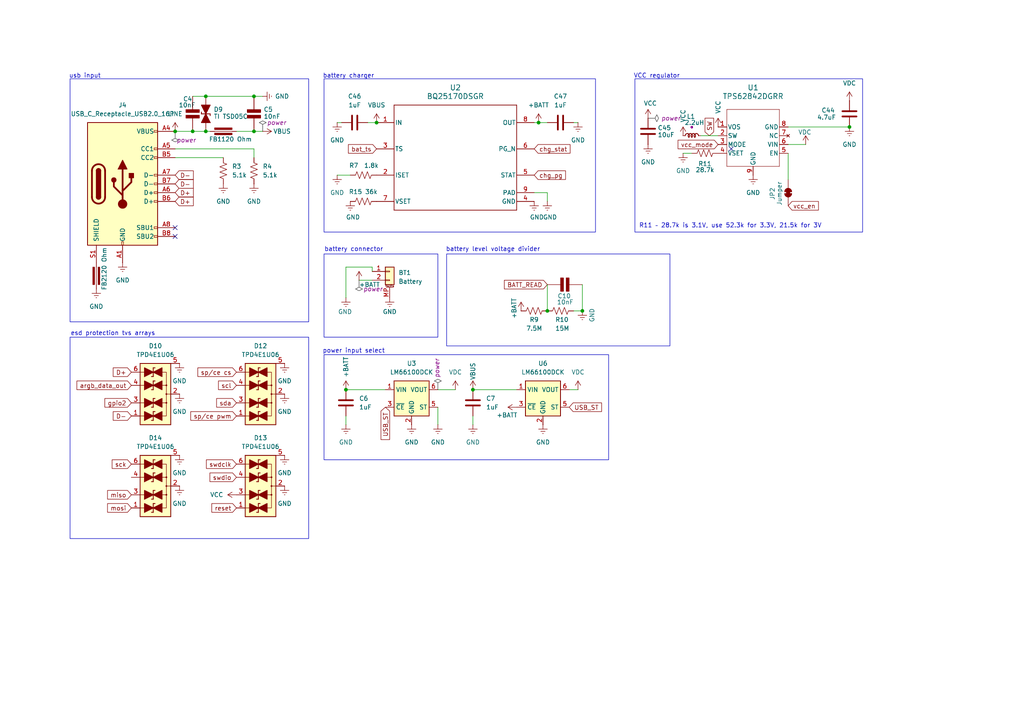
<source format=kicad_sch>
(kicad_sch (version 20250114) (generator "eeschema") (generator_version "9.0")
  (paper "A4")
  (title_block (title "coquette mariposa power management") (date "2025-02-02") (rev "2.0"))
  (lib_symbols
    (symbol "Connector:USB_C_Receptacle_USB2.0_16P" (pin_names (offset 1.016))
      (property "Reference" "J" (at 0 22.225 0))
      (property "Value" "USB_C_Receptacle_USB2.0_16P" (at 0 19.685 0))
      (symbol "USB_C_Receptacle_USB2.0_16P_0_0"
        (rectangle (start -0.254 -17.78) (end 0.254 -16.764))
        (rectangle (start 10.16 15.494) (end 9.144 14.986))
        (rectangle (start 10.16 10.414) (end 9.144 9.906))
        (rectangle (start 10.16 7.874) (end 9.144 7.366))
        (rectangle (start 10.16 2.794) (end 9.144 2.286))
        (rectangle (start 10.16 0.254) (end 9.144 -0.254))
        (rectangle (start 10.16 -2.286) (end 9.144 -2.794))
        (rectangle (start 10.16 -4.826) (end 9.144 -5.334))
        (rectangle (start 10.16 -12.446) (end 9.144 -12.954))
        (rectangle (start 10.16 -14.986) (end 9.144 -15.494))
      )
      (symbol "USB_C_Receptacle_USB2.0_16P_0_1"
        (rectangle (start -10.16 17.78) (end 10.16 -17.78) (stroke (width 0.254)) (fill (type background)))
        (polyline (pts (xy -8.89 -3.81) (xy -8.89 3.81)) (stroke (width 0.508)))
        (rectangle (start -7.62 -3.81) (end -6.35 3.81) (stroke (width 0.254)) (fill (type outline)))
        (arc (start -7.62 3.81) (mid -6.985 4.4423) (end -6.35 3.81) (stroke (width 0.254)))
        (arc (start -7.62 3.81) (mid -6.985 4.4423) (end -6.35 3.81) (stroke (width 0.254)) (fill (type outline)))
        (arc (start -8.89 3.81) (mid -6.985 5.7067) (end -5.08 3.81) (stroke (width 0.508)))
        (arc (start -5.08 -3.81) (mid -6.985 -5.7067) (end -8.89 -3.81) (stroke (width 0.508)))
        (arc (start -6.35 -3.81) (mid -6.985 -4.4423) (end -7.62 -3.81) (stroke (width 0.254)))
        (arc (start -6.35 -3.81) (mid -6.985 -4.4423) (end -7.62 -3.81) (stroke (width 0.254)) (fill (type outline)))
        (polyline (pts (xy -5.08 3.81) (xy -5.08 -3.81)) (stroke (width 0.508)))
        (circle (center -2.54 1.143) (radius 0.635) (stroke (width 0.254)) (fill (type outline)))
        (polyline (pts (xy -1.27 4.318) (xy 0 6.858) (xy 1.27 4.318) (xy -1.27 4.318)) (stroke (width 0.254)) (fill (type outline)))
        (polyline (pts (xy 0 -2.032) (xy 2.54 0.508) (xy 2.54 1.778)) (stroke (width 0.508)))
        (polyline (pts (xy 0 -3.302) (xy -2.54 -0.762) (xy -2.54 0.508)) (stroke (width 0.508)))
        (polyline (pts (xy 0 -5.842) (xy 0 4.318)) (stroke (width 0.508)))
        (circle (center 0 -5.842) (radius 1.27) (fill (type outline)))
        (rectangle (start 1.905 1.778) (end 3.175 3.048) (stroke (width 0.254)) (fill (type outline)))
      )
      (symbol "USB_C_Receptacle_USB2.0_16P_1_1"
        (pin passive line (at -7.62 -22.86 90) (length 5.08) (name "SHIELD") (number "S1"))
        (pin passive line (at 0 -22.86 90) (length 5.08) (name "GND") (number "A1"))
        (pin passive line (at 0 -22.86 90) (length 5.08) (hide yes) (name "GND") (number "A12"))
        (pin passive line (at 0 -22.86 90) (length 5.08) (hide yes) (name "GND") (number "B1"))
        (pin passive line (at 0 -22.86 90) (length 5.08) (hide yes) (name "GND") (number "B12"))
        (pin passive line (at 15.24 15.24 180) (length 5.08) (name "VBUS") (number "A4"))
        (pin passive line (at 15.24 15.24 180) (length 5.08) (hide yes) (name "VBUS") (number "A9"))
        (pin passive line (at 15.24 15.24 180) (length 5.08) (hide yes) (name "VBUS") (number "B4"))
        (pin passive line (at 15.24 15.24 180) (length 5.08) (hide yes) (name "VBUS") (number "B9"))
        (pin bidirectional line (at 15.24 10.16 180) (length 5.08) (name "CC1") (number "A5"))
        (pin bidirectional line (at 15.24 7.62 180) (length 5.08) (name "CC2") (number "B5"))
        (pin bidirectional line (at 15.24 2.54 180) (length 5.08) (name "D-") (number "A7"))
        (pin bidirectional line (at 15.24 0 180) (length 5.08) (name "D-") (number "B7"))
        (pin bidirectional line (at 15.24 -2.54 180) (length 5.08) (name "D+") (number "A6"))
        (pin bidirectional line (at 15.24 -5.08 180) (length 5.08) (name "D+") (number "B6"))
        (pin bidirectional line (at 15.24 -12.7 180) (length 5.08) (name "SBU1") (number "A8"))
        (pin bidirectional line (at 15.24 -15.24 180) (length 5.08) (name "SBU2") (number "B8"))
      )
    )
    (symbol "Connector_Generic_MountingPin:Conn_01x02_MountingPin" (pin_names (offset 1.016) (hide yes))
      (property "Reference" "J" (at 0 2.54 0))
      (property "Value" "Conn_01x02_MountingPin" (at 1.27 -5.08 0))
      (symbol "Conn_01x02_MountingPin_1_1"
        (rectangle (start -1.27 1.27) (end 1.27 -3.81) (stroke (width 0.254)) (fill (type background)))
        (rectangle (start -1.27 0.127) (end 0 -0.127) (stroke (width 0.1524)))
        (rectangle (start -1.27 -2.413) (end 0 -2.667) (stroke (width 0.1524)))
        (polyline (pts (xy -1.016 -4.572) (xy 1.016 -4.572)) (stroke (width 0.1524)))
        (text "Mounting" (at 0 -4.191 0) (effects (font (size 0.381 0.381))))
        (pin passive line (at -5.08 0 0) (length 3.81) (name "Pin_1") (number "1"))
        (pin passive line (at -5.08 -2.54 0) (length 3.81) (name "Pin_2") (number "2"))
        (pin passive line (at 0 -7.62 90) (length 3.048) (name "MountPin") (number "MP"))
      )
    )
    (symbol "Device:C" (pin_numbers (hide yes)) (pin_names (offset 0.254))
      (property "Reference" "C" (at 0.635 2.54 0))
      (property "Value" "C" (at 0.635 -2.54 0))
      (symbol "C_0_1"
        (polyline (pts (xy -2.032 0.762) (xy 2.032 0.762)) (stroke (width 0.508)))
        (polyline (pts (xy -2.032 -0.762) (xy 2.032 -0.762)) (stroke (width 0.508)))
      )
      (symbol "C_1_1"
        (pin passive line (at 0 3.81 270) (length 2.794) (name "~") (number "1"))
        (pin passive line (at 0 -3.81 90) (length 2.794) (name "~") (number "2"))
      )
    )
    (symbol "Device:R_US" (pin_numbers (hide yes)) (pin_names (offset 0))
      (property "Reference" "R" (at 2.54 0 90))
      (property "Value" "R_US" (at -2.54 0 90))
      (symbol "R_US_0_1"
        (polyline (pts (xy 0 2.286) (xy 0 2.54)))
        (polyline (pts (xy 0 2.286) (xy 1.016 1.905) (xy 0 1.524) (xy -1.016 1.143) (xy 0 0.762)))
        (polyline (pts (xy 0 0.762) (xy 1.016 0.381) (xy 0 0) (xy -1.016 -0.381) (xy 0 -0.762)))
        (polyline (pts (xy 0 -0.762) (xy 1.016 -1.143) (xy 0 -1.524) (xy -1.016 -1.905) (xy 0 -2.286)))
        (polyline (pts (xy 0 -2.286) (xy 0 -2.54)))
      )
      (symbol "R_US_1_1"
        (pin passive line (at 0 3.81 270) (length 1.27) (name "~") (number "1"))
        (pin passive line (at 0 -3.81 90) (length 1.27) (name "~") (number "2"))
      )
    )
    (symbol "Jumper:SolderJumper_2_Bridged" (pin_numbers (hide yes)) (pin_names (offset 0) (hide yes)) (exclude_from_sim yes) (in_bom no)
      (property "Reference" "JP" (at 0 2.032 0))
      (property "Value" "SolderJumper_2_Bridged" (at 0 -2.54 0))
      (symbol "SolderJumper_2_Bridged_0_1"
        (rectangle (start -0.508 0.508) (end 0.508 -0.508) (fill (type outline)))
        (polyline (pts (xy -0.254 1.016) (xy -0.254 -1.016)))
        (arc (start -0.254 -1.016) (mid -1.2656 0) (end -0.254 1.016))
        (arc (start -0.254 -1.016) (mid -1.2656 0) (end -0.254 1.016) (fill (type outline)))
        (arc (start 0.254 1.016) (mid 1.2656 0) (end 0.254 -1.016))
        (arc (start 0.254 1.016) (mid 1.2656 0) (end 0.254 -1.016) (fill (type outline)))
        (polyline (pts (xy 0.254 1.016) (xy 0.254 -1.016)))
      )
      (symbol "SolderJumper_2_Bridged_1_1"
        (pin passive line (at -3.81 0 0) (length 2.54) (name "A") (number "1"))
        (pin passive line (at 3.81 0 180) (length 2.54) (name "B") (number "2"))
      )
    )
    (symbol "PCM_Device_AKL:Ferrite_Bead" (pin_numbers (hide yes)) (pin_names (offset 0))
      (property "Reference" "FB" (at 0 4.572 0))
      (property "Value" "Ferrite_Bead" (at 0 3.175 0))
      (symbol "Ferrite_Bead_0_1"
        (rectangle (start -2.54 1.016) (end 2.54 0.508) (fill (type outline)))
        (polyline (pts (xy 2.54 0) (xy -2.54 0)))
      )
      (symbol "Ferrite_Bead_1_1"
        (rectangle (start -2.54 -0.508) (end 2.54 -1.016) (fill (type outline)))
        (pin passive line (at -3.81 0 0) (length 1.27) (name "~") (number "1"))
        (pin passive line (at 3.81 0 180) (length 1.27) (name "~") (number "2"))
      )
    )
    (symbol "PCM_Diode_TVS_AKL:D_TVS_Bidirectional_Generic" (pin_numbers (hide yes)) (pin_names (offset 1.016) (hide yes))
      (property "Reference" "D" (at 0 7.62 0))
      (property "Value" "D_TVS_Bidirectional_Generic" (at 0 5.08 0))
      (symbol "D_TVS_Bidirectional_Generic_0_1"
        (polyline (pts (xy 0 1.27) (xy 0 -1.27)) (stroke (width 0.254)))
        (polyline (pts (xy 0 1.27) (xy 0.508 1.27)) (stroke (width 0.254)))
        (polyline (pts (xy 0 0) (xy -2.54 1.27) (xy -2.54 -1.27) (xy 0 0)) (stroke (width 0.254)) (fill (type outline)))
        (polyline (pts (xy 0 -1.27) (xy -0.508 -1.27)) (stroke (width 0.254)))
        (polyline (pts (xy 1.27 0) (xy -1.27 0)))
        (polyline (pts (xy 2.54 1.27) (xy 2.54 -1.27) (xy 0 0) (xy 2.54 1.27)) (stroke (width 0.254)) (fill (type outline)))
      )
      (symbol "D_TVS_Bidirectional_Generic_0_2"
        (polyline (pts (xy -3.81 -3.81) (xy 3.81 3.81)))
        (polyline (pts (xy -1.778 -1.778) (xy -2.667 -0.889) (xy 0 0) (xy -0.889 -2.667) (xy -1.778 -1.778)) (stroke (width 0.254)) (fill (type outline)))
        (polyline (pts (xy -0.889 0.889) (xy -1.27 0.508)) (stroke (width 0.254)))
        (polyline (pts (xy -0.889 0.889) (xy 0.889 -0.889)) (stroke (width 0.254)))
        (polyline (pts (xy 0.889 -0.889) (xy 1.27 -0.508)) (stroke (width 0.254)))
        (polyline (pts (xy 1.778 1.778) (xy 2.667 0.889) (xy 0 0) (xy 0.889 2.667) (xy 1.778 1.778)) (stroke (width 0.254)) (fill (type outline)))
      )
      (symbol "D_TVS_Bidirectional_Generic_1_1"
        (pin passive line (at -5.08 0 0) (length 2.54) (name "K") (number "1"))
        (pin passive line (at 5.08 0 180) (length 2.54) (name "A") (number "2"))
      )
      (symbol "D_TVS_Bidirectional_Generic_1_2"
        (pin passive line (at -3.81 -3.81 0) (length 0) (name "A") (number "2"))
        (pin passive line (at 3.81 3.81 180) (length 0) (name "K") (number "1"))
      )
    )
    (symbol "PCM_Elektuur:C" (pin_numbers (hide yes)) (pin_names (offset 0) (hide yes))
      (property "Reference" "C" (at 0.635 3.175 0))
      (property "Value" "C" (at 0.635 -3.175 0))
      (symbol "C_1_1"
        (rectangle (start -1.905 1.1938) (end 1.905 0.4318) (stroke (width 0.254)) (fill (type outline)))
        (rectangle (start -1.905 -0.4318) (end 1.905 -1.1938) (stroke (width 0.254)) (fill (type outline)))
        (pin passive line (at 0 5.08 270) (length 3.8862) (name "+") (number "1"))
        (pin passive line (at 0 -5.08 90) (length 3.8862) (name "-") (number "2"))
      )
      (symbol "C_1_2"
        (polyline (pts (xy -1.905 0.4318) (xy 1.905 0.4318) (xy 1.905 1.4986) (xy -1.905 1.4986) (xy -1.905 0.4318) (xy -1.8034 0.5334) (xy -1.8034 1.397) (xy 1.8034 1.397) (xy 1.8034 0.5334) (xy -1.8034 0.5334) (xy -1.905 0.4318)) (stroke (width 0.254)) (fill (type outline)))
        (polyline (pts (xy -1.905 -1.4986) (xy 1.905 -1.4986) (xy 1.905 -0.4318) (xy -1.905 -0.4318) (xy -1.905 -1.4986) (xy -1.8034 -1.397) (xy -1.8034 -0.5334) (xy 1.8034 -0.5334) (xy 1.8034 -1.397) (xy -1.8034 -1.397) (xy -1.905 -1.4986)) (stroke (width 0.254)) (fill (type outline)))
        (pin passive line (at 0 5.08 270) (length 3.5814) (name "+") (number "1"))
        (pin passive line (at 0 -5.08 90) (length 3.5814) (name "-") (number "2"))
      )
    )
    (symbol "PCM_Generic-50:L,IEEE" (pin_numbers (hide yes)) (pin_names (offset 0) (hide yes))
      (property "Reference" "L" (at 1.27 1.27 0))
      (property "Value" "L,IEEE" (at 1.27 -1.27 0))
      (property "Indicator" "●" (at -0.635 1.905 0))
      (symbol "L,IEEE_1_1"
        (arc (start 0 1.9304) (mid 0.449 1.7444) (end 0.635 1.2954) (stroke (width 0.254)))
        (arc (start 0.635 -1.2954) (mid 0.449 -1.7444) (end 0 -1.9304) (stroke (width 0.254)))
        (arc (start 0.635 1.2954) (mid 0.2343 0.7118) (end -0.4572 0.8636) (stroke (width 0.254)))
        (arc (start 0.635 0.4318) (mid 0.2343 -0.1518) (end -0.4572 0) (stroke (width 0.254)))
        (arc (start 0.635 -0.4318) (mid 0.2343 -1.0154) (end -0.4572 -0.8636) (stroke (width 0.254)))
        (arc (start -0.4572 0.8636) (mid 0.2366 1.0212) (end 0.635 0.4318) (stroke (width 0.254)))
        (arc (start -0.4572 0) (mid 0.2366 0.1576) (end 0.635 -0.4318) (stroke (width 0.254)))
        (arc (start -0.4572 -0.8636) (mid 0.2366 -0.706) (end 0.635 -1.2954) (stroke (width 0.254)))
        (pin passive line (at 0 2.54 270) (length 0.6096) (name "+") (number "1"))
        (pin passive line (at 0 -2.54 90) (length 0.6096) (name "-") (number "2"))
      )
    )
    (symbol "Power_Management:LM66100DCK"
      (property "Reference" "U" (at -5.08 6.096 0))
      (property "Value" "LM66100DCK" (at 0.254 -6.35 0))
      (symbol "LM66100DCK_0_1"
        (rectangle (start -5.08 5.08) (end 5.08 -5.08) (stroke (width 0.254)) (fill (type background)))
      )
      (symbol "LM66100DCK_1_1"
        (pin power_in line (at -7.62 2.54 0) (length 2.54) (name "VIN") (number "1"))
        (pin input line (at -7.62 -2.54 0) (length 2.54) (name "~{CE}") (number "3"))
        (pin no_connect line (at 0 5.08 270) (length 2.54) (hide yes) (name "NC") (number "4"))
        (pin power_in line (at 0 -7.62 90) (length 2.54) (name "GND") (number "2"))
        (pin power_out line (at 7.62 2.54 180) (length 2.54) (name "VOUT") (number "6"))
        (pin open_collector line (at 7.62 -2.54 180) (length 2.54) (name "ST") (number "5"))
      )
    )
    (symbol "coquette_symbols:BQ25170DSGR" (pin_names (offset 0.254))
      (property "Reference" "U" (at 0 2.54 0))
      (property "Value" "BQ25170DSGR" (at 0 0 0))
      (symbol "BQ25170DSGR_0_1"
        (polyline (pts (xy -17.78 15.24) (xy -17.78 -15.24)) (stroke (width 0.2032)))
        (polyline (pts (xy -17.78 -15.24) (xy 17.78 -15.24)) (stroke (width 0.2032)))
        (polyline (pts (xy 17.78 15.24) (xy -17.78 15.24)) (stroke (width 0.2032)))
        (polyline (pts (xy 17.78 -15.24) (xy 17.78 15.24)) (stroke (width 0.2032)))
        (pin power_in line (at -22.86 10.16 0) (length 5.08) (name "IN") (number "1"))
        (pin bidirectional line (at -22.86 2.54 0) (length 5.08) (name "TS") (number "3"))
        (pin input line (at -22.86 -5.08 0) (length 5.08) (name "ISET") (number "2"))
        (pin input line (at -22.86 -12.7 0) (length 5.08) (name "VSET") (number "7"))
        (pin output line (at 22.86 10.16 180) (length 5.08) (name "OUT") (number "8"))
        (pin output line (at 22.86 2.54 180) (length 5.08) (name "PG_N") (number "6"))
        (pin output line (at 22.86 -5.08 180) (length 5.08) (name "STAT") (number "5"))
        (pin power_in line (at 22.86 -10.16 180) (length 5.08) (name "PAD") (number "9"))
        (pin power_in line (at 22.86 -12.7 180) (length 5.08) (name "GND") (number "4"))
      )
    )
    (symbol "coquette_symbols:TPD4E1U06" (pin_names (offset 1.016) (hide yes))
      (property "Reference" "D10" (at 13.97 -0.635 90))
      (property "Value" "TPD4E1U06" (at 11.43 -0.635 90))
      (symbol "TPD4E1U06_0_1"
        (rectangle (start -8.89 3.81) (end 8.89 -5.08) (stroke (width 0.254)) (fill (type background)))
        (polyline (pts (xy -6.35 2.54) (xy -6.35 3.81)))
        (polyline (pts (xy -6.35 2.54) (xy -6.35 1.27)))
        (polyline (pts (xy -6.35 -2.54) (xy -6.35 -3.81) (xy 6.35 -3.81) (xy 6.35 -2.54)))
        (polyline (pts (xy -2.54 2.54) (xy -2.54 3.81)))
        (polyline (pts (xy -2.54 2.54) (xy -2.54 1.27)))
        (polyline (pts (xy -2.54 -2.54) (xy -2.54 -3.81)))
        (polyline (pts (xy 0 -3.81) (xy 0 -5.08)))
        (polyline (pts (xy 2.54 2.54) (xy 2.54 3.81)))
        (polyline (pts (xy 2.54 2.54) (xy 2.54 1.27)))
        (polyline (pts (xy 2.54 -2.54) (xy 2.54 -3.81)))
        (polyline (pts (xy 6.35 2.54) (xy 6.35 3.81)))
        (polyline (pts (xy 6.35 2.54) (xy 6.35 1.27)))
      )
      (symbol "TPD4E1U06_1_1"
        (polyline (pts (xy -7.62 2.54) (xy -5.08 2.54) (xy -6.35 0) (xy -7.62 2.54)) (stroke (width 0.254)) (fill (type outline)))
        (polyline (pts (xy -7.62 0) (xy -7.62 0.508)) (stroke (width 0.254)))
        (polyline (pts (xy -7.62 0) (xy -5.08 0)) (stroke (width 0.254)))
        (polyline (pts (xy -6.35 1.27) (xy -6.35 -1.27)))
        (polyline (pts (xy -6.35 0) (xy -7.62 -2.54) (xy -5.08 -2.54) (xy -6.35 0)) (stroke (width 0.254)) (fill (type outline)))
        (polyline (pts (xy -5.08 0) (xy -5.08 -0.508)) (stroke (width 0.254)))
        (polyline (pts (xy -3.81 2.54) (xy -1.27 2.54) (xy -2.54 0) (xy -3.81 2.54)) (stroke (width 0.254)) (fill (type outline)))
        (polyline (pts (xy -3.81 0) (xy -3.81 0.508)) (stroke (width 0.254)))
        (polyline (pts (xy -3.81 0) (xy -1.27 0)) (stroke (width 0.254)))
        (polyline (pts (xy -2.54 1.27) (xy -2.54 -1.27)))
        (polyline (pts (xy -2.54 0) (xy -3.81 -2.54) (xy -1.27 -2.54) (xy -2.54 0)) (stroke (width 0.254)) (fill (type outline)))
        (circle (center -2.54 -3.81) (radius 0.1778) (fill (type outline)))
        (polyline (pts (xy -1.27 0) (xy -1.27 -0.508)) (stroke (width 0.254)))
        (circle (center 0 -3.81) (radius 0.1778) (fill (type outline)))
        (polyline (pts (xy 1.27 2.54) (xy 3.81 2.54) (xy 2.54 0) (xy 1.27 2.54)) (stroke (width 0.254)) (fill (type outline)))
        (polyline (pts (xy 1.27 0) (xy 1.27 0.508)) (stroke (width 0.254)))
        (polyline (pts (xy 1.27 0) (xy 3.81 0)) (stroke (width 0.254)))
        (polyline (pts (xy 2.54 1.27) (xy 2.54 -1.27)))
        (polyline (pts (xy 2.54 0) (xy 1.27 -2.54) (xy 3.81 -2.54) (xy 2.54 0)) (stroke (width 0.254)) (fill (type outline)))
        (circle (center 2.54 -3.81) (radius 0.1778) (fill (type outline)))
        (polyline (pts (xy 3.81 0) (xy 3.81 -0.508)) (stroke (width 0.254)))
        (polyline (pts (xy 5.08 2.54) (xy 7.62 2.54) (xy 6.35 0) (xy 5.08 2.54)) (stroke (width 0.254)) (fill (type outline)))
        (polyline (pts (xy 5.08 0) (xy 5.08 0.508)) (stroke (width 0.254)))
        (polyline (pts (xy 5.08 0) (xy 7.62 0)) (stroke (width 0.254)))
        (polyline (pts (xy 6.35 1.27) (xy 6.35 -1.27)))
        (polyline (pts (xy 6.35 0) (xy 5.08 -2.54) (xy 7.62 -2.54) (xy 6.35 0)) (stroke (width 0.254)) (fill (type outline)))
        (polyline (pts (xy 7.62 0) (xy 7.62 -0.508)) (stroke (width 0.254)))
        (pin passive line (at -6.35 6.35 270) (length 2.54) (name "L1") (number "1"))
        (pin passive line (at -2.54 6.35 270) (length 2.54) (name "L2") (number "3"))
        (pin passive line (at 0 -7.62 90) (length 2.54) (name "VN") (number "2"))
        (pin passive line (at 2.54 6.35 270) (length 2.54) (name "L3") (number "4"))
        (pin passive line (at 6.35 6.35 270) (length 2.54) (name "L4") (number "6"))
        (pin passive line (at 8.89 -7.62 90) (length 2.54) (name "NC") (number "5"))
      )
    )
    (symbol "mariposa:TPS62842DGRR" (pin_names (offset 0.254))
      (property "Reference" "U" (at 0 13.208 0))
      (property "Value" "TPS62842DGRR" (at 0 10.668 0))
      (symbol "TPS62842DGRR_0_1"
        (polyline (pts (xy -7.62 8.89) (xy -7.62 -7.62)) (stroke (width 0.127)))
        (polyline (pts (xy -7.62 -7.62) (xy 7.62 -7.62)) (stroke (width 0.127)))
        (polyline (pts (xy 7.62 8.89) (xy -7.62 8.89)) (stroke (width 0.127)))
        (polyline (pts (xy 7.62 -7.62) (xy 7.62 8.89)) (stroke (width 0.127)))
      )
      (symbol "TPS62842DGRR_1_1"
        (pin power_out line (at -10.16 3.81 0) (length 2.54) (name "VOS") (number "1"))
        (pin power_out line (at -10.16 1.27 0) (length 2.54) (name "SW") (number "2"))
        (pin input line (at -10.16 -1.27 0) (length 2.54) (name "MODE") (number "3"))
        (pin input line (at -10.16 -3.81 0) (length 2.54) (name "VSET") (number "4"))
        (pin power_out line (at 0 -10.16 90) (length 2.54) (name "GND") (number "9"))
        (pin power_out line (at 10.16 3.81 180) (length 2.54) (name "GND") (number "8"))
        (pin no_connect line (at 10.16 1.27 180) (length 2.54) (name "NC") (number "7"))
        (pin power_in line (at 10.16 -1.27 180) (length 2.54) (name "VIN") (number "6"))
        (pin input line (at 10.16 -3.81 180) (length 2.54) (name "EN") (number "5"))
      )
    )
    (symbol "power:+BATT" (power) (pin_numbers (hide yes)) (pin_names (offset 0) (hide yes))
      (property "Value" "+BATT" (at 0 3.556 0))
      (symbol "+BATT_0_1"
        (polyline (pts (xy -0.762 1.27) (xy 0 2.54)))
        (polyline (pts (xy 0 2.54) (xy 0.762 1.27)))
        (polyline (pts (xy 0 0) (xy 0 2.54)))
      )
      (symbol "+BATT_1_1"
        (pin power_in line (at 0 0 90) (length 0) (name "~") (number "1"))
      )
    )
    (symbol "power:Earth" (power) (pin_numbers (hide yes)) (pin_names (offset 0) (hide yes))
      (property "Value" "Earth" (at 0 -3.81 0))
      (symbol "Earth_0_1"
        (polyline (pts (xy -0.635 -1.905) (xy 0.635 -1.905)))
        (polyline (pts (xy -0.127 -2.54) (xy 0.127 -2.54)))
        (polyline (pts (xy 0 -1.27) (xy 0 0)))
        (polyline (pts (xy 1.27 -1.27) (xy -1.27 -1.27)))
      )
      (symbol "Earth_1_1"
        (pin power_in line (at 0 0 270) (length 0) (name "~") (number "1"))
      )
    )
    (symbol "power:LINE" (power) (pin_numbers (hide yes)) (pin_names (offset 0) (hide yes))
      (property "Value" "LINE" (at 0 3.556 0))
      (symbol "LINE_0_1"
        (polyline (pts (xy -0.762 1.27) (xy 0 2.54)))
        (polyline (pts (xy 0 2.54) (xy 0.762 1.27)))
        (polyline (pts (xy 0 0) (xy 0 2.54)))
      )
      (symbol "LINE_1_1"
        (pin power_in line (at 0 0 90) (length 0) (name "~") (number "1"))
      )
    )
    (symbol "power:VBUS" (power) (pin_numbers (hide yes)) (pin_names (offset 0) (hide yes))
      (property "Value" "VBUS" (at 0 3.556 0))
      (symbol "VBUS_0_1"
        (polyline (pts (xy -0.762 1.27) (xy 0 2.54)))
        (polyline (pts (xy 0 2.54) (xy 0.762 1.27)))
        (polyline (pts (xy 0 0) (xy 0 2.54)))
      )
      (symbol "VBUS_1_1"
        (pin power_in line (at 0 0 90) (length 0) (name "~") (number "1"))
      )
    )
    (symbol "power:VCC" (power) (pin_numbers (hide yes)) (pin_names (offset 0) (hide yes))
      (property "Value" "VCC" (at 0 3.556 0))
      (symbol "VCC_0_1"
        (polyline (pts (xy -0.762 1.27) (xy 0 2.54)))
        (polyline (pts (xy 0 2.54) (xy 0.762 1.27)))
        (polyline (pts (xy 0 0) (xy 0 2.54)))
      )
      (symbol "VCC_1_1"
        (pin power_in line (at 0 0 90) (length 0) (name "~") (number "1"))
      )
    )
    (symbol "power:VDC" (power) (pin_numbers (hide yes)) (pin_names (offset 0) (hide yes))
      (property "Value" "VDC" (at 0 3.556 0))
      (symbol "VDC_0_1"
        (polyline (pts (xy -0.762 1.27) (xy 0 2.54)))
        (polyline (pts (xy 0 2.54) (xy 0.762 1.27)))
        (polyline (pts (xy 0 0) (xy 0 2.54)))
      )
      (symbol "VDC_1_1"
        (pin power_in line (at 0 0 90) (length 0) (name "~") (number "1"))
      )
    )
  )
  (rectangle (start 129.54 73.66) (end 194.31 100.33))
  (rectangle (start 20.32 97.79) (end 89.535 156.21))
  (rectangle (start 93.98 102.87) (end 176.53 133.35))
  (rectangle (start 184.15 22.86) (end 250.19 67.31))
  (rectangle (start 93.98 73.66) (end 127 97.79))
  (rectangle (start 20.32 22.86) (end 89.535 93.345))
  (rectangle (start 93.98 22.86) (end 172.72 67.31))
  (text "R11 – 28.7k is 3.1V, use 52.3k for 3.3V, 21.5k for 3V" (at 211.836 65.532 0) (effects (font (size 1.27 1.27))))
  (text "esd protection tvs arrays" (at 32.766 96.774 0) (effects (font (size 1.27 1.27))))
  (text "battery connector" (at 102.616 72.39 0) (effects (font (size 1.27 1.27))))
  (text "battery charger" (at 101.092 22.098 0) (effects (font (size 1.27 1.27))))
  (text "power input select" (at 102.616 101.854 0) (effects (font (size 1.27 1.27))))
  (text "usb input" (at 24.638 22.098 0) (effects (font (size 1.27 1.27))))
  (text "battery level voltage divider" (at 143.002 72.39 0) (effects (font (size 1.27 1.27))))
  (text "VCC regulator" (at 190.5 22.098 0) (effects (font (size 1.27 1.27))))
  (junction (at 73.66 27.94))
  (junction (at 168.91 90.17))
  (junction (at 59.69 38.1))
  (junction (at 158.75 90.17))
  (junction (at 137.16 113.03))
  (junction (at 50.8 38.1))
  (junction (at 73.66 38.1))
  (junction (at 100.33 113.03))
  (junction (at 156.21 35.56))
  (junction (at 109.22 35.56))
  (junction (at 55.88 38.1))
  (junction (at 59.69 27.94))
  (junction (at 246.38 36.83))
  (no_connect (at 50.8 68.58))
  (no_connect (at 212.09 43.18))
  (no_connect (at 50.8 66.04))
  (wire (pts (xy 158.75 55.88) (xy 158.75 58.42)))
  (wire (pts (xy 127 123.19) (xy 127 118.11)))
  (wire (pts (xy 73.66 43.18) (xy 73.66 45.72)))
  (wire (pts (xy 55.88 27.94) (xy 59.69 27.94)))
  (wire (pts (xy 97.79 35.56) (xy 99.06 35.56)))
  (wire (pts (xy 97.79 50.8) (xy 101.6 50.8)))
  (wire (pts (xy 59.69 38.1) (xy 60.96 38.1)))
  (wire (pts (xy 158.75 82.55) (xy 158.75 90.17)))
  (wire (pts (xy 100.33 113.03) (xy 111.76 113.03)))
  (wire (pts (xy 104.14 81.28) (xy 107.95 81.28)))
  (wire (pts (xy 168.91 82.55) (xy 168.91 90.17)))
  (wire (pts (xy 59.69 27.94) (xy 73.66 27.94)))
  (wire (pts (xy 167.64 113.03) (xy 165.1 113.03)))
  (wire (pts (xy 228.6 36.83) (xy 246.38 36.83)))
  (wire (pts (xy 73.66 38.1) (xy 76.2 38.1)))
  (wire (pts (xy 167.64 35.56) (xy 166.37 35.56)))
  (wire (pts (xy 73.66 27.94) (xy 76.2 27.94)))
  (wire (pts (xy 50.8 45.72) (xy 64.77 45.72)))
  (wire (pts (xy 198.12 44.45) (xy 200.66 44.45)))
  (wire (pts (xy 68.58 38.1) (xy 73.66 38.1)))
  (wire (pts (xy 228.6 41.91) (xy 233.68 41.91)))
  (wire (pts (xy 100.33 77.47) (xy 100.33 86.36)))
  (wire (pts (xy 203.2 39.37) (xy 208.28 39.37)))
  (wire (pts (xy 156.21 35.56) (xy 158.75 35.56)))
  (wire (pts (xy 137.16 113.03) (xy 149.86 113.03)))
  (wire (pts (xy 166.37 90.17) (xy 168.91 90.17)))
  (wire (pts (xy 50.8 38.1) (xy 55.88 38.1)))
  (wire (pts (xy 100.33 123.19) (xy 100.33 120.65)))
  (wire (pts (xy 100.33 77.47) (xy 107.95 77.47)))
  (wire (pts (xy 106.68 35.56) (xy 109.22 35.56)))
  (wire (pts (xy 228.6 44.45) (xy 228.6 52.07)))
  (wire (pts (xy 107.95 77.47) (xy 107.95 78.74)))
  (wire (pts (xy 154.94 55.88) (xy 158.75 55.88)))
  (wire (pts (xy 55.88 38.1) (xy 59.69 38.1)))
  (wire (pts (xy 50.8 43.18) (xy 73.66 43.18)))
  (wire (pts (xy 137.16 123.19) (xy 137.16 120.65)))
  (wire (pts (xy 132.08 113.03) (xy 127 113.03)))
  (wire (pts (xy 156.21 35.56) (xy 154.94 35.56)))
  (global_label "scl" (shape input) (at 68.58 111.76 180) (property "Intersheetrefs" "${INTERSHEET_REFS}" (effects (hide yes))))
  (global_label "sp{slash}ce cs" (shape input) (at 68.58 107.95 180) (property "Intersheetrefs" "${INTERSHEET_REFS}" (effects (hide yes))))
  (global_label "miso" (shape input) (at 38.1 143.51 180) (property "Intersheetrefs" "${INTERSHEET_REFS}" (effects (hide yes))))
  (global_label "gpio2" (shape input) (at 38.1 116.84 180) (property "Intersheetrefs" "${INTERSHEET_REFS}" (effects (hide yes))))
  (global_label "sda" (shape input) (at 68.58 116.84 180) (property "Intersheetrefs" "${INTERSHEET_REFS}" (effects (hide yes))))
  (global_label "D+" (shape input) (at 50.8 58.42 0) (property "Intersheetrefs" "${INTERSHEET_REFS}" (effects (hide yes))))
  (global_label "D+" (shape input) (at 38.1 107.95 180) (property "Intersheetrefs" "${INTERSHEET_REFS}" (effects (hide yes))))
  (global_label "USB_ST" (shape input) (at 165.1 118.11 0) (property "Intersheetrefs" "${INTERSHEET_REFS}" (effects (hide yes))))
  (global_label "SW" (shape input) (at 205.74 39.37 90) (property "Intersheetrefs" "${INTERSHEET_REFS}" (effects (hide yes))))
  (global_label "chg_pg" (shape input) (at 154.94 50.8 0) (property "Intersheetrefs" "${INTERSHEET_REFS}" (effects (hide yes))))
  (global_label "chg_stat" (shape input) (at 154.94 43.18 0) (property "Intersheetrefs" "${INTERSHEET_REFS}" (effects (hide yes))))
  (global_label "swdio" (shape input) (at 68.58 138.43 180) (property "Intersheetrefs" "${INTERSHEET_REFS}" (effects (hide yes))))
  (global_label "bat_ts" (shape input) (at 109.22 43.18 180) (property "Intersheetrefs" "${INTERSHEET_REFS}" (effects (hide yes))))
  (global_label "D+" (shape input) (at 50.8 55.88 0) (property "Intersheetrefs" "${INTERSHEET_REFS}" (effects (hide yes))))
  (global_label "D-" (shape input) (at 50.8 53.34 0) (property "Intersheetrefs" "${INTERSHEET_REFS}" (effects (hide yes))))
  (global_label "argb_data_out" (shape input) (at 38.1 111.76 180) (property "Intersheetrefs" "${INTERSHEET_REFS}" (effects (hide yes))))
  (global_label "vcc_en" (shape input) (at 228.6 59.69 0) (property "Intersheetrefs" "${INTERSHEET_REFS}" (effects (hide yes))))
  (global_label "USB_ST" (shape input) (at 111.76 118.11 270) (property "Intersheetrefs" "${INTERSHEET_REFS}" (effects (hide yes))))
  (global_label "D-" (shape input) (at 38.1 120.65 180) (property "Intersheetrefs" "${INTERSHEET_REFS}" (effects (hide yes))))
  (global_label "sck" (shape input) (at 38.1 134.62 180) (property "Intersheetrefs" "${INTERSHEET_REFS}" (effects (hide yes))))
  (global_label "sp{slash}ce pwm" (shape input) (at 68.58 120.65 180) (property "Intersheetrefs" "${INTERSHEET_REFS}" (effects (hide yes))))
  (global_label "vcc_mode" (shape input) (at 208.28 41.91 180) (property "Intersheetrefs" "${INTERSHEET_REFS}" (effects (hide yes))))
  (global_label "mosi" (shape input) (at 38.1 147.32 180) (property "Intersheetrefs" "${INTERSHEET_REFS}" (effects (hide yes))))
  (global_label "swdclk" (shape input) (at 68.58 134.62 180) (property "Intersheetrefs" "${INTERSHEET_REFS}" (effects (hide yes))))
  (global_label "BATT_READ" (shape input) (at 158.75 82.55 180) (property "Intersheetrefs" "${INTERSHEET_REFS}" (effects (hide yes))))
  (global_label "D-" (shape input) (at 50.8 50.8 0) (property "Intersheetrefs" "${INTERSHEET_REFS}" (effects (hide yes))))
  (global_label "reset" (shape input) (at 68.58 147.32 180) (property "Intersheetrefs" "${INTERSHEET_REFS}" (effects (hide yes))))
  (netclass_flag "" (length 2.54) (shape diamond) (at 187.96 34.29 270) (property "Netclass" "power" (at 191.77 34.29 0) (effects (font (italic yes)) (justify left))))
  (netclass_flag "" (length 2.54) (shape diamond) (at 104.14 81.28 180) (property "Netclass" "power" (at 105.3465 83.82 0) (effects (font (italic yes)) (justify left))))
  (netclass_flag "" (length 2.54) (shape diamond) (at 127 113.03 0) (property "Netclass" "power" (at 126.746 103.886 90) (effects (font (italic yes)) (justify right))))
  (netclass_flag "" (length 2.54) (shape diamond) (at 50.8 38.1 180) (property "Netclass" "power" (at 56.896 40.64 0) (effects (font (italic yes)) (justify right))))
  (netclass_flag "" (length 2.54) (shape diamond) (at 76.2 38.1 0) (property "Netclass" "power" (at 77.4065 35.56 0) (effects (font (italic yes)) (justify left))))
  (symbol (lib_id "power:Earth") (at 52.07 114.3 0) (unit 1)
    (property "Reference" "#PWR025" (effects (hide yes)))
    (property "Value" "GND" (at 52.07 119.38 0))
    (property "Description" "Power symbol creates a global label with name \"Earth\"" (effects (hide yes)))
  )
  (symbol (lib_id "Device:C") (at 100.33 116.84 0) (unit 1)
    (property "Reference" "C6" (at 104.14 115.5699 0) (effects (justify left)))
    (property "Value" "1uF" (at 104.14 118.1099 0) (effects (justify left)))
    (property "Footprint" "Capacitor_SMD:C_0603_1608Metric" (effects (hide yes)))
    (property "Description" "Unpolarized capacitor" (effects (hide yes)))
  )
  (symbol (lib_id "Power_Management:LM66100DCK") (at 157.48 115.57 0) (unit 1)
    (property "Reference" "U6" (at 157.48 105.41 0))
    (property "Value" "LM66100DCK" (at 157.48 107.95 0))
    (property "Footprint" "coquette_footprints:LM66100DCK" (effects (hide yes)))
    (property "Datasheet" "https://www.ti.com/lit/ds/symlink/lm66100.pdf" (effects (hide yes)))
    (property "Description" "Ideal Diode With Input Polarity Protection 1.5 - 5.5V  Input Voltage, 1.5A Output Current, Ron 141 mOhm, SC-70-6" (effects (hide yes)))
  )
  (symbol (lib_id "power:VBUS") (at 137.16 113.03 0) (unit 1)
    (property "Reference" "#PWR064" (effects (hide yes)))
    (property "Value" "VBUS" (at 137.16 107.696 90))
    (property "Description" "Power symbol creates a global label with name \"VBUS\"" (effects (hide yes)))
  )
  (symbol (lib_id "coquette_symbols:TPD4E1U06") (at 74.93 114.3 90) (unit 1)
    (property "Reference" "D12" (at 75.565 100.33 90))
    (property "Value" "TPD4E1U06" (at 75.565 102.87 90))
    (property "Footprint" "coquette_footprints:TPD4E1U06" (effects (hide yes)))
    (property "Description" "TVS Diode Array, 4 protected lines, Generic symbol, Alternate KiCAD Library" (effects (hide yes)))
  )
  (symbol (lib_id "power:Earth") (at 154.94 58.42 0) (unit 1)
    (property "Reference" "#PWR073" (effects (hide yes)))
    (property "Value" "GND" (at 153.67 62.992 0) (effects (justify left)))
    (property "Description" "Power symbol creates a global label with name \"Earth\"" (effects (hide yes)))
  )
  (symbol (lib_id "Connector:USB_C_Receptacle_USB2.0_16P") (at 35.56 53.34 0) (unit 1)
    (property "Reference" "J4" (at 35.56 30.48 0))
    (property "Value" "USB_C_Receptacle_USB2.0_16P" (at 35.56 33.02 0))
    (property "Footprint" "Connector_USB:USB_C_Receptacle_GCT_USB4105-xx-A_16P_TopMnt_Horizontal" (effects (hide yes)))
    (property "Datasheet" "https://www.usb.org/sites/default/files/documents/usb_type-c.zip" (effects (hide yes)))
    (property "Description" "USB 2.0-only 16P Type-C Receptacle connector" (effects (hide yes)))
  )
  (symbol (lib_id "coquette_symbols:TPD4E1U06") (at 44.45 140.97 90) (unit 1)
    (property "Reference" "D14" (at 45.085 127 90))
    (property "Value" "TPD4E1U06" (at 45.085 129.54 90))
    (property "Footprint" "coquette_footprints:TPD4E1U06" (effects (hide yes)))
    (property "Description" "TVS Diode Array, 4 protected lines, Generic symbol, Alternate KiCAD Library" (effects (hide yes)))
  )
  (symbol (lib_id "Device:R_US") (at 73.66 49.53 0) (unit 1)
    (property "Reference" "R4" (at 76.2 48.2599 0) (effects (justify left)))
    (property "Value" "5.1k" (at 76.2 50.7999 0) (effects (justify left)))
    (property "Footprint" "Resistor_SMD:R_0603_1608Metric" (effects (hide yes)))
    (property "Description" "Resistor, US symbol" (effects (hide yes)))
  )
  (symbol (lib_id "Device:R_US") (at 105.41 50.8 270) (unit 1)
    (property "Reference" "R7" (at 102.616 48.006 90))
    (property "Value" "1.8k" (at 107.696 48.006 90))
    (property "Footprint" "Resistor_SMD:R_0603_1608Metric" (effects (hide yes)))
    (property "Description" "Resistor, US symbol" (effects (hide yes)))
  )
  (symbol (lib_id "power:Earth") (at 157.48 123.19 0) (unit 1)
    (property "Reference" "#PWR088" (effects (hide yes)))
    (property "Value" "GND" (at 157.48 128.27 0))
    (property "Description" "Power symbol creates a global label with name \"Earth\"" (effects (hide yes)))
  )
  (symbol (lib_id "power:Earth") (at 198.12 44.45 0) (unit 1)
    (property "Reference" "#PWR070" (effects (hide yes)))
    (property "Value" "GND" (at 198.12 49.53 0))
    (property "Description" "Power symbol creates a global label with name \"Earth\"" (effects (hide yes)))
  )
  (symbol (lib_id "Device:R_US") (at 64.77 49.53 0) (unit 1)
    (property "Reference" "R3" (at 67.31 48.2599 0) (effects (justify left)))
    (property "Value" "5.1k" (at 67.31 50.7999 0) (effects (justify left)))
    (property "Footprint" "Resistor_SMD:R_0603_1608Metric" (effects (hide yes)))
    (property "Description" "Resistor, US symbol" (effects (hide yes)))
  )
  (symbol (lib_id "power:VCC") (at 68.58 143.51 90) (unit 1)
    (property "Reference" "#PWR031" (effects (hide yes)))
    (property "Value" "VCC" (at 64.77 143.5099 90) (effects (justify left)))
    (property "Description" "Power symbol creates a global label with name \"VCC\"" (effects (hide yes)))
  )
  (symbol (lib_id "Device:C") (at 102.87 35.56 90) (unit 1)
    (property "Reference" "C46" (at 102.87 27.94 90))
    (property "Value" "1uF" (at 102.87 30.48 90))
    (property "Footprint" "Capacitor_SMD:C_0603_1608Metric" (effects (hide yes)))
    (property "Description" "Unpolarized capacitor" (effects (hide yes)))
  )
  (symbol (lib_id "power:Earth") (at 82.55 105.41 0) (unit 1)
    (property "Reference" "#PWR030" (effects (hide yes)))
    (property "Value" "GND" (at 82.55 110.49 0))
    (property "Description" "Power symbol creates a global label with name \"Earth\"" (effects (hide yes)))
  )
  (symbol (lib_id "power:+BATT") (at 104.14 81.28 0) (unit 1)
    (property "Reference" "#PWR034" (effects (hide yes)))
    (property "Value" "+BATT" (at 104.14 82.55 0) (effects (justify left)))
    (property "Description" "Power symbol creates a global label with name \"+BATT\"" (effects (hide yes)))
  )
  (symbol (lib_id "coquette_symbols:TPD4E1U06") (at 74.93 140.97 90) (unit 1)
    (property "Reference" "D13" (at 75.565 127 90))
    (property "Value" "TPD4E1U06" (at 75.565 129.54 90))
    (property "Footprint" "coquette_footprints:TPD4E1U06" (effects (hide yes)))
    (property "Description" "TVS Diode Array, 4 protected lines, Generic symbol, Alternate KiCAD Library" (effects (hide yes)))
  )
  (symbol (lib_id "power:VCC") (at 208.28 36.83 0) (unit 1)
    (property "Reference" "#PWR067" (effects (hide yes)))
    (property "Value" "VCC" (at 208.2799 33.02 90) (effects (justify left)))
    (property "Description" "Power symbol creates a global label with name \"VCC\"" (effects (hide yes)))
  )
  (symbol (lib_id "Device:R_US") (at 154.94 90.17 270) (unit 1)
    (property "Reference" "R9" (at 154.94 92.71 90))
    (property "Value" "7.5M" (at 154.94 95.25 90))
    (property "Footprint" "Resistor_SMD:R_0805_2012Metric" (effects (hide yes)))
    (property "Description" "Resistor, US symbol" (effects (hide yes)))
  )
  (symbol (lib_id "power:Earth") (at 76.2 27.94 90) (unit 1)
    (property "Reference" "#PWR024" (effects (hide yes)))
    (property "Value" "GND" (at 79.756 27.94 90) (effects (justify right)))
    (property "Description" "Power symbol creates a global label with name \"Earth\"" (effects (hide yes)))
  )
  (symbol (lib_id "Device:C") (at 246.38 33.02 0) (unit 1)
    (property "Reference" "C44" (at 238.252 32.004 0) (effects (justify left)))
    (property "Value" "4.7uF" (at 236.982 34.036 0) (effects (justify left)))
    (property "Footprint" "Capacitor_SMD:C_1206_3216Metric" (effects (hide yes)))
    (property "Description" "Unpolarized capacitor" (effects (hide yes)))
  )
  (symbol (lib_id "power:+BATT") (at 151.13 90.17 0) (unit 1)
    (property "Reference" "#PWR015" (effects (hide yes)))
    (property "Value" "+BATT" (at 149.098 92.456 90) (effects (justify left)))
    (property "Description" "Power symbol creates a global label with name \"+BATT\"" (effects (hide yes)))
  )
  (symbol (lib_id "Device:C") (at 162.56 35.56 90) (unit 1)
    (property "Reference" "C47" (at 162.56 27.94 90))
    (property "Value" "1uF" (at 162.56 30.48 90))
    (property "Footprint" "Capacitor_SMD:C_0603_1608Metric" (effects (hide yes)))
    (property "Description" "Unpolarized capacitor" (effects (hide yes)))
  )
  (symbol (lib_id "power:VDC") (at 167.64 113.03 0) (unit 1)
    (property "Reference" "#PWR087" (effects (hide yes)))
    (property "Value" "VDC" (at 167.64 107.95 0))
    (property "Description" "Power symbol creates a global label with name \"VDC\"" (effects (hide yes)))
  )
  (symbol (lib_id "power:Earth") (at 218.44 50.8 0) (unit 1)
    (property "Reference" "#PWR077" (effects (hide yes)))
    (property "Value" "GND" (at 218.44 55.88 0))
    (property "Description" "Power symbol creates a global label with name \"Earth\"" (effects (hide yes)))
  )
  (symbol (lib_id "power:Earth") (at 82.55 140.97 0) (unit 1)
    (property "Reference" "#PWR033" (effects (hide yes)))
    (property "Value" "GND" (at 82.55 146.05 0))
    (property "Description" "Power symbol creates a global label with name \"Earth\"" (effects (hide yes)))
  )
  (symbol (lib_id "power:VCC") (at 187.96 34.29 0) (unit 1)
    (property "Reference" "#PWR0116" (effects (hide yes)))
    (property "Value" "VCC" (at 186.69 29.972 0) (effects (justify left)))
    (property "Description" "Power symbol creates a global label with name \"VCC\"" (effects (hide yes)))
  )
  (symbol (lib_id "Connector_Generic_MountingPin:Conn_01x02_MountingPin") (at 113.03 78.74 0) (unit 1)
    (property "Reference" "BT1" (at 115.57 79.0955 0) (effects (justify left)))
    (property "Value" "Battery" (at 115.57 81.6355 0) (effects (justify left)))
    (property "Footprint" "Connector_Molex:Molex_PicoBlade_53261-0271_1x02-1MP_P1.25mm_Horizontal" (effects (hide yes)))
    (property "Description" "Generic connectable mounting pin connector, single row, 01x02, script generated (kicad-library-utils/schlib/autogen/connector/)" (effects (hide yes)))
  )
  (symbol (lib_id "coquette_symbols:BQ25170DSGR") (at 132.08 45.72 0) (unit 1)
    (property "Reference" "U2" (at 132.08 25.4 0) (effects (font (size 1.524 1.524))))
    (property "Value" "BQ25170DSGR" (at 132.08 27.94 0) (effects (font (size 1.524 1.524))))
    (property "Footprint" "coquette_footprints:DSG0008A" (effects (hide yes)))
    (property "Datasheet" "BQ25170DSGR" (effects (hide yes)))
  )
  (symbol (lib_id "power:Earth") (at 168.91 90.17 0) (unit 1)
    (property "Reference" "#PWR0111" (effects (hide yes)))
    (property "Value" "GND" (at 171.704 93.472 90) (effects (justify left)))
    (property "Description" "Power symbol creates a global label with name \"Earth\"" (effects (hide yes)))
  )
  (symbol (lib_id "power:Earth") (at 73.66 53.34 0) (unit 1)
    (property "Reference" "#PWR069" (effects (hide yes)))
    (property "Value" "GND" (at 73.66 58.42 0))
    (property "Description" "Power symbol creates a global label with name \"Earth\"" (effects (hide yes)))
  )
  (symbol (lib_id "power:Earth") (at 64.77 53.34 0) (unit 1)
    (property "Reference" "#PWR068" (effects (hide yes)))
    (property "Value" "GND" (at 64.77 58.42 0))
    (property "Description" "Power symbol creates a global label with name \"Earth\"" (effects (hide yes)))
  )
  (symbol (lib_id "power:Earth") (at 35.56 76.2 0) (unit 1)
    (property "Reference" "#PWR072" (effects (hide yes)))
    (property "Value" "GND" (at 35.56 81.28 0))
    (property "Description" "Power symbol creates a global label with name \"Earth\"" (effects (hide yes)))
  )
  (symbol (lib_id "Device:R_US") (at 162.56 90.17 270) (unit 1)
    (property "Reference" "R10" (at 161.036 92.71 90) (effects (justify left)))
    (property "Value" "15M" (at 161.036 95.25 90) (effects (justify left)))
    (property "Footprint" "Resistor_SMD:R_1206_3216Metric" (effects (hide yes)))
    (property "Description" "Resistor, US symbol" (effects (hide yes)))
  )
  (symbol (lib_id "power:Earth") (at 97.79 50.8 0) (unit 1)
    (property "Reference" "#PWR021" (effects (hide yes)))
    (property "Value" "GND" (at 97.79 55.88 0))
    (property "Description" "Power symbol creates a global label with name \"Earth\"" (effects (hide yes)))
  )
  (symbol (lib_id "power:Earth") (at 127 123.19 0) (unit 1)
    (property "Reference" "#PWR083" (effects (hide yes)))
    (property "Value" "GND" (at 127 128.27 0))
    (property "Description" "Power symbol creates a global label with name \"Earth\"" (effects (hide yes)))
  )
  (symbol (lib_id "power:Earth") (at 100.33 86.36 0) (unit 1)
    (property "Reference" "#PWR065" (effects (hide yes)))
    (property "Value" "GND" (at 100.076 90.424 0))
    (property "Description" "Power symbol creates a global label with name \"Earth\"" (effects (hide yes)))
  )
  (symbol (lib_id "power:VBUS") (at 76.2 38.1 270) (unit 1)
    (property "Reference" "#PWR060" (effects (hide yes)))
    (property "Value" "VBUS" (at 79.248 38.1 90) (effects (justify left)))
    (property "Description" "Power symbol creates a global label with name \"VBUS\"" (effects (hide yes)))
  )
  (symbol (lib_id "power:LINE") (at 50.8 38.1 0) (unit 1)
    (property "Reference" "#PWR050" (effects (hide yes)))
    (property "Value" "LINE" (at 50.8 33.02 0))
    (property "Description" "Power symbol creates a global label with name \"LINE\"" (effects (hide yes)))
  )
  (symbol (lib_id "coquette_symbols:TPD4E1U06") (at 44.45 114.3 90) (unit 1)
    (property "Reference" "D10" (at 45.085 100.33 90))
    (property "Value" "TPD4E1U06" (at 45.085 102.87 90))
    (property "Footprint" "coquette_footprints:TPD4E1U06" (effects (hide yes)))
    (property "Description" "TVS Diode Array, 4 protected lines, Generic symbol, Alternate KiCAD Library" (effects (hide yes)))
  )
  (symbol (lib_id "power:Earth") (at 52.07 105.41 0) (unit 1)
    (property "Reference" "#PWR028" (effects (hide yes)))
    (property "Value" "GND" (at 52.07 110.49 0))
    (property "Description" "Power symbol creates a global label with name \"Earth\"" (effects (hide yes)))
  )
  (symbol (lib_id "PCM_Diode_TVS_AKL:D_TVS_Bidirectional_Generic") (at 59.69 33.02 270) (unit 1)
    (property "Reference" "D9" (at 61.976 31.75 90) (effects (justify left)))
    (property "Value" "TI TSD05C" (at 61.976 33.782 90) (effects (justify left)))
    (property "Footprint" "coquette_footprints:TSD05C" (effects (hide yes)))
    (property "Description" "Bidirectional TVS Diode, Generic symbol, Alternate KiCAD Library" (effects (hide yes)))
  )
  (symbol (lib_id "power:Earth") (at 101.6 58.42 0) (unit 1)
    (property "Reference" "#PWR082" (effects (hide yes)))
    (property "Value" "GND" (at 100.33 62.992 0) (effects (justify left)))
    (property "Description" "Power symbol creates a global label with name \"Earth\"" (effects (hide yes)))
  )
  (symbol (lib_id "power:VDC") (at 246.38 29.21 0) (unit 1)
    (property "Reference" "#PWR0115" (effects (hide yes)))
    (property "Value" "VDC" (at 246.38 24.13 0))
    (property "Description" "Power symbol creates a global label with name \"VDC\"" (effects (hide yes)))
  )
  (symbol (lib_id "Device:C") (at 137.16 116.84 0) (unit 1)
    (property "Reference" "C7" (at 140.97 115.5699 0) (effects (justify left)))
    (property "Value" "1uF" (at 140.97 118.1099 0) (effects (justify left)))
    (property "Footprint" "Capacitor_SMD:C_0603_1608Metric" (effects (hide yes)))
    (property "Description" "Unpolarized capacitor" (effects (hide yes)))
  )
  (symbol (lib_id "power:+BATT") (at 156.21 35.56 0) (unit 1)
    (property "Reference" "#PWR076" (effects (hide yes)))
    (property "Value" "+BATT" (at 156.21 30.48 0))
    (property "Description" "Power symbol creates a global label with name \"+BATT\"" (effects (hide yes)))
  )
  (symbol (lib_id "power:Earth") (at 97.79 35.56 0) (unit 1)
    (property "Reference" "#PWR075" (effects (hide yes)))
    (property "Value" "GND" (at 97.79 40.64 0))
    (property "Description" "Power symbol creates a global label with name \"Earth\"" (effects (hide yes)))
  )
  (symbol (lib_id "power:+BATT") (at 149.86 118.11 90) (unit 1)
    (property "Reference" "#PWR018" (effects (hide yes)))
    (property "Value" "+BATT" (at 150.114 120.396 90) (effects (justify left)))
    (property "Description" "Power symbol creates a global label with name \"+BATT\"" (effects (hide yes)))
  )
  (symbol (lib_id "PCM_Elektuur:C") (at 55.88 33.02 0) (unit 1)
    (property "Reference" "C4" (at 53.086 28.702 0) (effects (justify left)))
    (property "Value" "10nF" (at 51.816 30.48 0) (effects (justify left)))
    (property "Footprint" "Capacitor_SMD:C_0603_1608Metric" (effects (hide yes)))
    (property "Description" "capacitor, non-polarized/bipolar" (effects (hide yes)))
    (property "Indicator" "+" (effects (hide yes)))
    (property "Rating" "V" (effects (hide yes)))
  )
  (symbol (lib_id "power:+BATT") (at 100.33 113.03 0) (unit 1)
    (property "Reference" "#PWR01" (effects (hide yes)))
    (property "Value" "+BATT" (at 100.33 109.474 90) (effects (justify left)))
    (property "Description" "Power symbol creates a global label with name \"+BATT\"" (effects (hide yes)))
  )
  (symbol (lib_id "power:Earth") (at 100.33 123.19 0) (unit 1)
    (property "Reference" "#PWR090" (effects (hide yes)))
    (property "Value" "GND" (at 100.33 128.27 0))
    (property "Description" "Power symbol creates a global label with name \"Earth\"" (effects (hide yes)))
  )
  (symbol (lib_id "power:Earth") (at 52.07 140.97 0) (unit 1)
    (property "Reference" "#PWR058" (effects (hide yes)))
    (property "Value" "GND" (at 52.07 146.05 0))
    (property "Description" "Power symbol creates a global label with name \"Earth\"" (effects (hide yes)))
  )
  (symbol (lib_id "power:VDC") (at 233.68 41.91 0) (unit 1)
    (property "Reference" "#PWR0117" (effects (hide yes)))
    (property "Value" "VDC" (at 233.426 38.354 0))
    (property "Description" "Power symbol creates a global label with name \"VDC\"" (effects (hide yes)))
  )
  (symbol (lib_id "power:Earth") (at 82.55 114.3 0) (unit 1)
    (property "Reference" "#PWR027" (effects (hide yes)))
    (property "Value" "GND" (at 82.55 119.38 0))
    (property "Description" "Power symbol creates a global label with name \"Earth\"" (effects (hide yes)))
  )
  (symbol (lib_id "power:Earth") (at 27.94 83.82 0) (unit 1)
    (property "Reference" "#PWR074" (effects (hide yes)))
    (property "Value" "GND" (at 27.94 88.9 0))
    (property "Description" "Power symbol creates a global label with name \"Earth\"" (effects (hide yes)))
  )
  (symbol (lib_id "Power_Management:LM66100DCK") (at 119.38 115.57 0) (unit 1)
    (property "Reference" "U3" (at 119.38 105.41 0))
    (property "Value" "LM66100DCK" (at 119.38 107.95 0))
    (property "Footprint" "coquette_footprints:LM66100DCK" (effects (hide yes)))
    (property "Datasheet" "https://www.ti.com/lit/ds/symlink/lm66100.pdf" (effects (hide yes)))
    (property "Description" "Ideal Diode With Input Polarity Protection 1.5 - 5.5V  Input Voltage, 1.5A Output Current, Ron 141 mOhm, SC-70-6" (effects (hide yes)))
  )
  (symbol (lib_id "power:Earth") (at 246.38 36.83 0) (unit 1)
    (property "Reference" "#PWR0118" (effects (hide yes)))
    (property "Value" "GND" (at 246.38 41.91 0))
    (property "Description" "Power symbol creates a global label with name \"Earth\"" (effects (hide yes)))
  )
  (symbol (lib_id "power:Earth") (at 82.55 132.08 0) (unit 1)
    (property "Reference" "#PWR032" (effects (hide yes)))
    (property "Value" "GND" (at 82.55 137.16 0))
    (property "Description" "Power symbol creates a global label with name \"Earth\"" (effects (hide yes)))
  )
  (symbol (lib_id "PCM_Device_AKL:Ferrite_Bead") (at 27.94 80.01 90) (unit 1)
    (property "Reference" "FB2" (at 30.226 82.296 0))
    (property "Value" "120 Ohm" (at 30.226 76.2 0))
    (property "Footprint" "PCM_Ferrite_SMD_AKL:Ferrite_1206_3216Metric" (effects (hide yes)))
    (property "Description" "Ferrite bead, Alternate KiCAD Library" (effects (hide yes)))
  )
  (symbol (lib_id "power:VCC") (at 198.12 39.37 0) (unit 1)
    (property "Reference" "#PWR0119" (effects (hide yes)))
    (property "Value" "VCC" (at 198.1199 35.56 90) (effects (justify left)))
    (property "Description" "Power symbol creates a global label with name \"VCC\"" (effects (hide yes)))
  )
  (symbol (lib_id "power:Earth") (at 158.75 58.42 0) (unit 1)
    (property "Reference" "#PWR081" (effects (hide yes)))
    (property "Value" "GND" (at 157.48 62.992 0) (effects (justify left)))
    (property "Description" "Power symbol creates a global label with name \"Earth\"" (effects (hide yes)))
  )
  (symbol (lib_id "power:Earth") (at 187.96 41.91 0) (unit 1)
    (property "Reference" "#PWR078" (effects (hide yes)))
    (property "Value" "GND" (at 187.96 46.99 0))
    (property "Description" "Power symbol creates a global label with name \"Earth\"" (effects (hide yes)))
  )
  (symbol (lib_id "PCM_Generic-50:L,IEEE") (at 200.66 39.37 90) (unit 1)
    (property "Reference" "L1" (at 200.406 33.782 90))
    (property "Value" "2.2uH" (at 201.422 35.56 90))
    (property "Footprint" "Inductor_SMD:L_1008_2520Metric" (effects (hide yes)))
    (property "Description" "coil/winding/inductor/choke/reactor (IEEE looped)" (effects (hide yes)))
    (property "Indicator" "●" (at 200.66 36.83 90) (effects (font (size 0.635 0.635))))
  )
  (symbol (lib_id "Device:R_US") (at 204.47 44.45 270) (unit 1)
    (property "Reference" "R11" (at 204.47 47.498 90))
    (property "Value" "28.7k" (at 204.47 49.276 90))
    (property "Footprint" "Resistor_SMD:R_0603_1608Metric" (effects (hide yes)))
    (property "Description" "Resistor, US symbol" (effects (hide yes)))
  )
  (symbol (lib_id "PCM_Device_AKL:Ferrite_Bead") (at 64.77 38.1 0) (unit 1)
    (property "Reference" "FB1" (at 62.484 40.386 0))
    (property "Value" "120 Ohm" (at 68.58 40.386 0))
    (property "Footprint" "PCM_Ferrite_SMD_AKL:Ferrite_1206_3216Metric" (effects (hide yes)))
    (property "Description" "Ferrite bead, Alternate KiCAD Library" (effects (hide yes)))
  )
  (symbol (lib_id "power:Earth") (at 119.38 123.19 0) (unit 1)
    (property "Reference" "#PWR084" (effects (hide yes)))
    (property "Value" "GND" (at 119.38 128.27 0))
    (property "Description" "Power symbol creates a global label with name \"Earth\"" (effects (hide yes)))
  )
  (symbol (lib_id "power:VBUS") (at 109.22 35.56 0) (unit 1)
    (property "Reference" "#PWR071" (effects (hide yes)))
    (property "Value" "VBUS" (at 109.22 30.48 0))
    (property "Description" "Power symbol creates a global label with name \"VBUS\"" (effects (hide yes)))
  )
  (symbol (lib_id "power:Earth") (at 167.64 35.56 0) (unit 1)
    (property "Reference" "#PWR079" (effects (hide yes)))
    (property "Value" "GND" (at 167.64 40.64 0))
    (property "Description" "Power symbol creates a global label with name \"Earth\"" (effects (hide yes)))
  )
  (symbol (lib_id "PCM_Elektuur:C") (at 163.83 82.55 90) (unit 1)
    (property "Reference" "C10" (at 165.608 85.852 90) (effects (justify left)))
    (property "Value" "10nF" (at 166.37 87.63 90) (effects (justify left)))
    (property "Footprint" "Capacitor_SMD:C_0603_1608Metric" (effects (hide yes)))
    (property "Description" "capacitor, non-polarized/bipolar" (effects (hide yes)))
    (property "Indicator" "+" (effects (hide yes)))
    (property "Rating" "V" (effects (hide yes)))
  )
  (symbol (lib_id "mariposa:TPS62842DGRR") (at 218.44 40.64 0) (unit 1)
    (property "Reference" "U1" (at 218.44 25.4 0) (effects (font (size 1.524 1.524))))
    (property "Value" "TPS62842DGRR" (at 218.44 27.94 0) (effects (font (size 1.524 1.524))))
    (property "Footprint" "Package_SO:HVSSOP-8-1EP_3x3mm_P0.65mm_EP1.57x1.89mm_ThermalVias" (effects (hide yes)))
    (property "Datasheet" "TPS62842DGRR" (effects (hide yes)))
  )
  (symbol (lib_id "Device:R_US") (at 105.41 58.42 270) (unit 1)
    (property "Reference" "R15" (at 103.124 55.626 90))
    (property "Value" "36k" (at 107.696 55.626 90))
    (property "Footprint" "Resistor_SMD:R_0603_1608Metric" (effects (hide yes)))
    (property "Description" "Resistor, US symbol" (effects (hide yes)))
  )
  (symbol (lib_id "Device:C") (at 187.96 38.1 0) (unit 1)
    (property "Reference" "C45" (at 190.754 37.084 0) (effects (justify left)))
    (property "Value" "10uF" (at 190.754 39.116 0) (effects (justify left)))
    (property "Footprint" "Capacitor_SMD:C_0805_2012Metric" (effects (hide yes)))
    (property "Description" "Unpolarized capacitor" (effects (hide yes)))
  )
  (symbol (lib_id "power:VDC") (at 132.08 113.03 0) (unit 1)
    (property "Reference" "#PWR022" (effects (hide yes)))
    (property "Value" "VDC" (at 132.08 107.95 0))
    (property "Description" "Power symbol creates a global label with name \"VDC\"" (effects (hide yes)))
  )
  (symbol (lib_id "power:Earth") (at 137.16 123.19 0) (unit 1)
    (property "Reference" "#PWR091" (effects (hide yes)))
    (property "Value" "GND" (at 137.16 128.27 0))
    (property "Description" "Power symbol creates a global label with name \"Earth\"" (effects (hide yes)))
  )
  (symbol (lib_id "power:Earth") (at 113.03 86.36 0) (unit 1)
    (property "Reference" "#PWR066" (effects (hide yes)))
    (property "Value" "GND" (at 113.03 90.424 0))
    (property "Description" "Power symbol creates a global label with name \"Earth\"" (effects (hide yes)))
  )
  (symbol (lib_id "PCM_Elektuur:C") (at 73.66 33.02 0) (unit 1)
    (property "Reference" "C5" (at 76.454 31.75 0) (effects (justify left)))
    (property "Value" "10nF" (at 76.454 33.782 0) (effects (justify left)))
    (property "Footprint" "Capacitor_SMD:C_0603_1608Metric" (effects (hide yes)))
    (property "Description" "capacitor, non-polarized/bipolar" (effects (hide yes)))
    (property "Indicator" "+" (effects (hide yes)))
    (property "Rating" "V" (effects (hide yes)))
  )
  (symbol (lib_id "power:Earth") (at 52.07 132.08 0) (unit 1)
    (property "Reference" "#PWR059" (effects (hide yes)))
    (property "Value" "GND" (at 52.07 137.16 0))
    (property "Description" "Power symbol creates a global label with name \"Earth\"" (effects (hide yes)))
  )
  (symbol (lib_id "Jumper:SolderJumper_2_Bridged") (at 228.6 55.88 270) (unit 1) (in_bom no)
    (property "Reference" "JP2" (at 224.028 54.356 0) (effects (justify left)))
    (property "Value" "Jumper" (at 226.06 52.578 0) (effects (justify left)))
    (property "Footprint" "Jumper:SolderJumper-2_P1.3mm_Bridged_RoundedPad1.0x1.5mm" (effects (hide yes)))
    (property "Description" "Solder Jumper, 2-pole, closed/bridged" (effects (hide yes)))
  )
)
</source>
